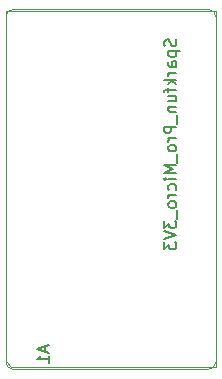
<source format=gbr>
%TF.GenerationSoftware,KiCad,Pcbnew,5.1.5-52549c5~84~ubuntu19.04.1*%
%TF.CreationDate,2020-02-22T14:45:51+00:00*%
%TF.ProjectId,ProMicro_SX1276,50726f4d-6963-4726-9f5f-535831323736,v1.0*%
%TF.SameCoordinates,Original*%
%TF.FileFunction,Other,Fab,Bot*%
%FSLAX45Y45*%
G04 Gerber Fmt 4.5, Leading zero omitted, Abs format (unit mm)*
G04 Created by KiCad (PCBNEW 5.1.5-52549c5~84~ubuntu19.04.1) date 2020-02-22 14:45:51*
%MOMM*%
%LPD*%
G04 APERTURE LIST*
%ADD10C,0.100000*%
%ADD11C,0.150000*%
G04 APERTURE END LIST*
D10*
X18923000Y-8826500D02*
G75*
G02X18986500Y-8763000I63500J0D01*
G01*
X20637500Y-8763000D02*
G75*
G02X20701000Y-8826500I0J-63500D01*
G01*
X18986500Y-8763000D02*
X20637500Y-8763000D01*
X20701000Y-11747500D02*
G75*
G02X20637500Y-11811000I-63500J0D01*
G01*
X18986500Y-11811000D02*
G75*
G02X18923000Y-11747500I0J63500D01*
G01*
X18923000Y-11747500D02*
X18923000Y-8826500D01*
X20637500Y-11811000D02*
X18986500Y-11811000D01*
X20701000Y-8826500D02*
X20701000Y-11747500D01*
X20700000Y-11794000D02*
X20700000Y-8779000D01*
X18970000Y-11794000D02*
X20700000Y-11794000D01*
X18970000Y-11794000D02*
X18923000Y-11744000D01*
X18923000Y-8779000D02*
X18923000Y-11744000D01*
X20700000Y-8779000D02*
X18923000Y-8779000D01*
D11*
X20360476Y-9017905D02*
X20365238Y-9032190D01*
X20365238Y-9056000D01*
X20360476Y-9065524D01*
X20355714Y-9070286D01*
X20346190Y-9075048D01*
X20336667Y-9075048D01*
X20327143Y-9070286D01*
X20322381Y-9065524D01*
X20317619Y-9056000D01*
X20312857Y-9036952D01*
X20308095Y-9027429D01*
X20303333Y-9022667D01*
X20293810Y-9017905D01*
X20284286Y-9017905D01*
X20274762Y-9022667D01*
X20270000Y-9027429D01*
X20265238Y-9036952D01*
X20265238Y-9060762D01*
X20270000Y-9075048D01*
X20298571Y-9117905D02*
X20398571Y-9117905D01*
X20303333Y-9117905D02*
X20298571Y-9127429D01*
X20298571Y-9146476D01*
X20303333Y-9156000D01*
X20308095Y-9160762D01*
X20317619Y-9165524D01*
X20346190Y-9165524D01*
X20355714Y-9160762D01*
X20360476Y-9156000D01*
X20365238Y-9146476D01*
X20365238Y-9127429D01*
X20360476Y-9117905D01*
X20365238Y-9251238D02*
X20312857Y-9251238D01*
X20303333Y-9246476D01*
X20298571Y-9236952D01*
X20298571Y-9217905D01*
X20303333Y-9208381D01*
X20360476Y-9251238D02*
X20365238Y-9241714D01*
X20365238Y-9217905D01*
X20360476Y-9208381D01*
X20350952Y-9203619D01*
X20341429Y-9203619D01*
X20331905Y-9208381D01*
X20327143Y-9217905D01*
X20327143Y-9241714D01*
X20322381Y-9251238D01*
X20365238Y-9298857D02*
X20298571Y-9298857D01*
X20317619Y-9298857D02*
X20308095Y-9303619D01*
X20303333Y-9308381D01*
X20298571Y-9317905D01*
X20298571Y-9327429D01*
X20365238Y-9360762D02*
X20265238Y-9360762D01*
X20327143Y-9370286D02*
X20365238Y-9398857D01*
X20298571Y-9398857D02*
X20336667Y-9360762D01*
X20298571Y-9427429D02*
X20298571Y-9465524D01*
X20365238Y-9441714D02*
X20279524Y-9441714D01*
X20270000Y-9446476D01*
X20265238Y-9456000D01*
X20265238Y-9465524D01*
X20298571Y-9541714D02*
X20365238Y-9541714D01*
X20298571Y-9498857D02*
X20350952Y-9498857D01*
X20360476Y-9503619D01*
X20365238Y-9513143D01*
X20365238Y-9527429D01*
X20360476Y-9536952D01*
X20355714Y-9541714D01*
X20298571Y-9589333D02*
X20365238Y-9589333D01*
X20308095Y-9589333D02*
X20303333Y-9594095D01*
X20298571Y-9603619D01*
X20298571Y-9617905D01*
X20303333Y-9627429D01*
X20312857Y-9632190D01*
X20365238Y-9632190D01*
X20374762Y-9656000D02*
X20374762Y-9732190D01*
X20365238Y-9756000D02*
X20265238Y-9756000D01*
X20265238Y-9794095D01*
X20270000Y-9803619D01*
X20274762Y-9808381D01*
X20284286Y-9813143D01*
X20298571Y-9813143D01*
X20308095Y-9808381D01*
X20312857Y-9803619D01*
X20317619Y-9794095D01*
X20317619Y-9756000D01*
X20365238Y-9856000D02*
X20298571Y-9856000D01*
X20317619Y-9856000D02*
X20308095Y-9860762D01*
X20303333Y-9865524D01*
X20298571Y-9875048D01*
X20298571Y-9884571D01*
X20365238Y-9932190D02*
X20360476Y-9922667D01*
X20355714Y-9917905D01*
X20346190Y-9913143D01*
X20317619Y-9913143D01*
X20308095Y-9917905D01*
X20303333Y-9922667D01*
X20298571Y-9932190D01*
X20298571Y-9946476D01*
X20303333Y-9956000D01*
X20308095Y-9960762D01*
X20317619Y-9965524D01*
X20346190Y-9965524D01*
X20355714Y-9960762D01*
X20360476Y-9956000D01*
X20365238Y-9946476D01*
X20365238Y-9932190D01*
X20374762Y-9984571D02*
X20374762Y-10060762D01*
X20365238Y-10084571D02*
X20265238Y-10084571D01*
X20336667Y-10117905D01*
X20265238Y-10151238D01*
X20365238Y-10151238D01*
X20365238Y-10198857D02*
X20298571Y-10198857D01*
X20265238Y-10198857D02*
X20270000Y-10194095D01*
X20274762Y-10198857D01*
X20270000Y-10203619D01*
X20265238Y-10198857D01*
X20274762Y-10198857D01*
X20360476Y-10289333D02*
X20365238Y-10279810D01*
X20365238Y-10260762D01*
X20360476Y-10251238D01*
X20355714Y-10246476D01*
X20346190Y-10241714D01*
X20317619Y-10241714D01*
X20308095Y-10246476D01*
X20303333Y-10251238D01*
X20298571Y-10260762D01*
X20298571Y-10279810D01*
X20303333Y-10289333D01*
X20365238Y-10332190D02*
X20298571Y-10332190D01*
X20317619Y-10332190D02*
X20308095Y-10336952D01*
X20303333Y-10341714D01*
X20298571Y-10351238D01*
X20298571Y-10360762D01*
X20365238Y-10408381D02*
X20360476Y-10398857D01*
X20355714Y-10394095D01*
X20346190Y-10389333D01*
X20317619Y-10389333D01*
X20308095Y-10394095D01*
X20303333Y-10398857D01*
X20298571Y-10408381D01*
X20298571Y-10422667D01*
X20303333Y-10432190D01*
X20308095Y-10436952D01*
X20317619Y-10441714D01*
X20346190Y-10441714D01*
X20355714Y-10436952D01*
X20360476Y-10432190D01*
X20365238Y-10422667D01*
X20365238Y-10408381D01*
X20374762Y-10460762D02*
X20374762Y-10536952D01*
X20265238Y-10551238D02*
X20265238Y-10613143D01*
X20303333Y-10579810D01*
X20303333Y-10594095D01*
X20308095Y-10603619D01*
X20312857Y-10608381D01*
X20322381Y-10613143D01*
X20346190Y-10613143D01*
X20355714Y-10608381D01*
X20360476Y-10603619D01*
X20365238Y-10594095D01*
X20365238Y-10565524D01*
X20360476Y-10556000D01*
X20355714Y-10551238D01*
X20265238Y-10641714D02*
X20365238Y-10675048D01*
X20265238Y-10708381D01*
X20265238Y-10732190D02*
X20265238Y-10794095D01*
X20303333Y-10760762D01*
X20303333Y-10775048D01*
X20308095Y-10784571D01*
X20312857Y-10789333D01*
X20322381Y-10794095D01*
X20346190Y-10794095D01*
X20355714Y-10789333D01*
X20360476Y-10784571D01*
X20365238Y-10775048D01*
X20365238Y-10746476D01*
X20360476Y-10736952D01*
X20355714Y-10732190D01*
X19257167Y-11612571D02*
X19257167Y-11660190D01*
X19285738Y-11603048D02*
X19185738Y-11636381D01*
X19285738Y-11669714D01*
X19285738Y-11755428D02*
X19285738Y-11698286D01*
X19285738Y-11726857D02*
X19185738Y-11726857D01*
X19200024Y-11717333D01*
X19209548Y-11707809D01*
X19214310Y-11698286D01*
M02*

</source>
